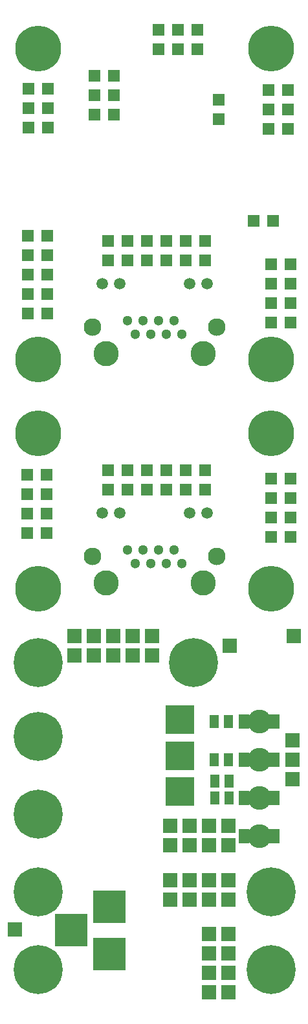
<source format=gbr>
G75*
G71*
%MOMM*%
%OFA0B0*%
%FSLAX53Y53*%
%IPPOS*%
%LPD*%
%ADD16C,0.30000*%
%ADD17R,4.21000X4.21000*%
%ADD19R,1.45000X1.90000*%
%ADD20C,2.30000*%
%ADD25R,3.80000X3.80000*%
%ADD27C,1.30000*%
%ADD31C,3.10000*%
%ADD38R,1.52400X1.52400*%
%ADD39C,6.40000*%
%ADD43R,1.92400X1.92400*%
%ADD54C,3.30000*%
%ADD66C,1.50000*%
%ADD69R,1.28900X1.79700*%
%ADD70C,6.00000*%
X0000000Y0000000D02*
G01*
D16*
D39*
X0035306Y0014986D03*
D43*
X0029718Y0001842D03*
X0027178Y0001842D03*
X0029718Y0004382D03*
X0027178Y0004382D03*
X0029718Y0006922D03*
X0027178Y0006922D03*
X0029718Y0009462D03*
X0027178Y0009462D03*
D17*
X0014097Y0013058D03*
X0014097Y0006858D03*
X0009097Y0009958D03*
D43*
X0022098Y0013907D03*
X0022098Y0016447D03*
X0022098Y0021082D03*
X0022098Y0023622D03*
X0024638Y0021082D03*
X0024638Y0023622D03*
X0024638Y0013907D03*
X0024638Y0016447D03*
X0038100Y0034798D03*
X0038100Y0029718D03*
D69*
X0029782Y0027242D03*
X0027877Y0027242D03*
X0029718Y0037211D03*
X0027813Y0037211D03*
X0029782Y0029464D03*
X0027877Y0029464D03*
D25*
X0023368Y0028066D03*
X0023368Y0032766D03*
X0023368Y0037466D03*
D39*
X0004826Y0014986D03*
X0035306Y0004826D03*
X0004826Y0004826D03*
X0004826Y0025146D03*
X0004826Y0035306D03*
D43*
X0038100Y0032258D03*
D69*
X0029718Y0032258D03*
X0027813Y0032258D03*
D19*
X0035719Y0022246D03*
X0031719Y0022246D03*
D31*
X0033719Y0022246D03*
D19*
X0035719Y0037246D03*
X0031719Y0037246D03*
D31*
X0033719Y0037246D03*
D19*
X0035719Y0027242D03*
X0031719Y0027242D03*
D31*
X0033719Y0027242D03*
D19*
X0035719Y0032246D03*
X0031719Y0032246D03*
D31*
X0033719Y0032246D03*
D43*
X0029718Y0013907D03*
X0029718Y0016447D03*
X0029718Y0021082D03*
X0029718Y0023622D03*
X0027178Y0021082D03*
X0027178Y0023622D03*
X0027178Y0013907D03*
X0027178Y0016447D03*
X0001715Y0010033D03*
X0000000Y0040130D02*
G01*
D16*
D43*
X0029845Y0047115D03*
X0038227Y0048385D03*
X0014605Y0045845D03*
X0014605Y0048385D03*
X0012065Y0045845D03*
X0012065Y0048385D03*
X0017145Y0045845D03*
X0017145Y0048385D03*
X0009525Y0045845D03*
X0009525Y0048385D03*
X0019685Y0045845D03*
X0019685Y0048385D03*
D39*
X0025146Y0044956D03*
X0004826Y0044956D03*
X0000000Y0049780D02*
G01*
D16*
D54*
X0013716Y0055368D03*
X0026416Y0055368D03*
D20*
X0028196Y0058798D03*
X0011936Y0058798D03*
D27*
X0017526Y0057908D03*
X0019556Y0057908D03*
X0021586Y0057908D03*
X0023616Y0057908D03*
X0016506Y0059688D03*
X0018536Y0059688D03*
X0020566Y0059688D03*
X0022596Y0059688D03*
D66*
X0026926Y0064508D03*
X0024636Y0064508D03*
X0015496Y0064508D03*
X0013206Y0064508D03*
D38*
X0035306Y0069021D03*
X0037846Y0069021D03*
X0035306Y0066481D03*
X0037846Y0066481D03*
X0035306Y0063941D03*
X0037846Y0063941D03*
X0035306Y0061401D03*
X0037846Y0061401D03*
X0005906Y0061909D03*
X0003366Y0061909D03*
X0005906Y0064449D03*
X0003366Y0064449D03*
X0005906Y0066989D03*
X0003366Y0066989D03*
X0013970Y0067560D03*
X0013970Y0070100D03*
X0016510Y0067560D03*
X0016510Y0070100D03*
D70*
X0004826Y0074926D03*
X0035306Y0054606D03*
X0004826Y0054606D03*
X0035306Y0074926D03*
D38*
X0005906Y0069529D03*
X0003366Y0069529D03*
X0019050Y0067560D03*
X0019050Y0070100D03*
X0021590Y0067560D03*
X0021590Y0070100D03*
X0026670Y0067560D03*
X0026670Y0070100D03*
X0024130Y0067560D03*
X0024130Y0070100D03*
X0000000Y0079750D02*
G01*
D16*
D54*
X0013716Y0085338D03*
X0026416Y0085338D03*
D20*
X0028196Y0088768D03*
X0011936Y0088768D03*
D27*
X0017526Y0087878D03*
X0019556Y0087878D03*
X0021586Y0087878D03*
X0023616Y0087878D03*
X0016506Y0089658D03*
X0018536Y0089658D03*
X0020566Y0089658D03*
X0022596Y0089658D03*
D66*
X0026926Y0094478D03*
X0024636Y0094478D03*
X0015496Y0094478D03*
X0013206Y0094478D03*
D38*
X0035306Y0097022D03*
X0037846Y0097022D03*
X0035306Y0094482D03*
X0037846Y0094482D03*
X0035306Y0091942D03*
X0037846Y0091942D03*
X0035306Y0089402D03*
X0037846Y0089402D03*
X0013970Y0097530D03*
X0013970Y0100070D03*
X0016510Y0097530D03*
X0016510Y0100070D03*
X0019050Y0097530D03*
X0019050Y0100070D03*
X0021590Y0097530D03*
X0021590Y0100070D03*
X0024130Y0097530D03*
X0024130Y0100070D03*
X0026670Y0097530D03*
X0026670Y0100070D03*
X0034925Y0119755D03*
X0037465Y0119755D03*
X0034925Y0117215D03*
X0037465Y0117215D03*
X0034925Y0114675D03*
X0037465Y0114675D03*
X0028448Y0118485D03*
X0028448Y0115945D03*
X0014732Y0116580D03*
X0014732Y0119120D03*
X0014732Y0121660D03*
X0020574Y0125089D03*
X0020574Y0127629D03*
X0023114Y0125089D03*
X0023114Y0127629D03*
X0025654Y0125089D03*
X0025654Y0127629D03*
X0003493Y0117406D03*
X0006033Y0117406D03*
X0006033Y0119946D03*
X0003493Y0119946D03*
X0005969Y0100705D03*
X0003429Y0100705D03*
X0005969Y0093085D03*
X0003429Y0093085D03*
X0005969Y0095625D03*
X0003429Y0095625D03*
X0005969Y0098165D03*
X0003429Y0098165D03*
X0005969Y0090545D03*
X0003429Y0090545D03*
D70*
X0004826Y0125216D03*
X0035306Y0084576D03*
X0004826Y0084576D03*
X0035306Y0125216D03*
D38*
X0012192Y0116580D03*
X0012192Y0119120D03*
X0012192Y0121660D03*
X0032957Y0102674D03*
X0035497Y0102674D03*
X0006033Y0114866D03*
X0003493Y0114866D03*
M02*

</source>
